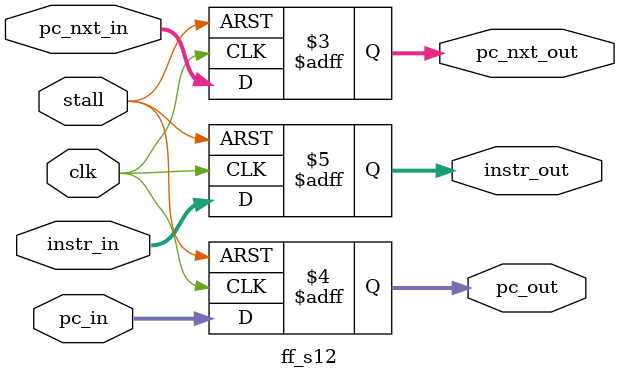
<source format=v>
`timescale 1ns / 1ps


module ff_s12(input clk,input stall,input [31:0]pc_nxt_in,input[31:0] pc_in,input[31:0] instr_in,
                output reg[31:0] pc_nxt_out,output reg[31:0] pc_out,output reg[31:0] instr_out

    );
    always@(posedge clk or posedge stall)
    begin
    if(stall==0)
    begin
    pc_nxt_out=pc_nxt_in;
    pc_out=pc_in;
    instr_out=instr_in;
    end
    else
    begin
    pc_nxt_out=0;
    pc_out=0;
    instr_out=32'h00000013;

    end
    end
endmodule

</source>
